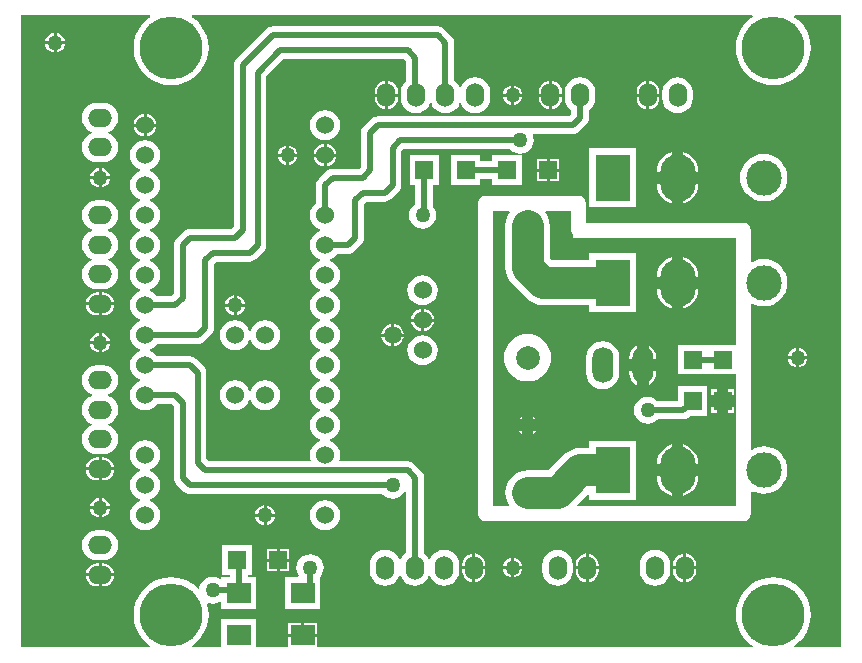
<source format=gtl>
G04 Layer_Physical_Order=1*
G04 Layer_Color=255*
%FSLAX25Y25*%
%MOIN*%
G70*
G01*
G75*
%ADD10R,0.05906X0.05906*%
%ADD11R,0.05906X0.05906*%
%ADD12R,0.07874X0.06693*%
%ADD13C,0.02000*%
%ADD14C,0.01969*%
%ADD15C,0.10827*%
%ADD16C,0.06000*%
%ADD17O,0.08000X0.06000*%
%ADD18O,0.09843X0.07874*%
%ADD19C,0.07874*%
%ADD20O,0.06000X0.08000*%
%ADD21C,0.11811*%
%ADD22O,0.11811X0.15748*%
%ADD23R,0.11811X0.15748*%
%ADD24O,0.07000X0.12000*%
%ADD25C,0.20945*%
%ADD26C,0.05000*%
%ADD27C,0.05906*%
G36*
X274587Y1003D02*
X259064D01*
X258928Y1485D01*
X259304Y1715D01*
X260793Y2987D01*
X262065Y4476D01*
X263088Y6146D01*
X263837Y7955D01*
X264294Y9859D01*
X264448Y11811D01*
X264294Y13763D01*
X263837Y15667D01*
X263088Y17477D01*
X262065Y19146D01*
X260793Y20635D01*
X259304Y21907D01*
X257634Y22930D01*
X255825Y23680D01*
X253921Y24137D01*
X251969Y24290D01*
X250016Y24137D01*
X248112Y23680D01*
X246303Y22930D01*
X244633Y21907D01*
X243144Y20635D01*
X241872Y19146D01*
X240849Y17477D01*
X240100Y15667D01*
X239643Y13763D01*
X239489Y11811D01*
X239643Y9859D01*
X240100Y7955D01*
X240849Y6146D01*
X241872Y4476D01*
X243144Y2987D01*
X244633Y1715D01*
X245009Y1485D01*
X244873Y1003D01*
X99724D01*
Y4500D01*
X95000D01*
X90276D01*
Y1003D01*
X79646D01*
Y10315D01*
X67835D01*
Y1003D01*
X58276D01*
X58140Y1485D01*
X58516Y1715D01*
X60005Y2987D01*
X61277Y4476D01*
X62300Y6146D01*
X63050Y7955D01*
X63507Y9859D01*
X63661Y11811D01*
X63507Y13763D01*
X63113Y15404D01*
X63540Y15768D01*
X63833Y15646D01*
X65000Y15493D01*
X66167Y15646D01*
X67254Y16097D01*
X67386Y16199D01*
X67835Y15977D01*
Y13858D01*
X79646D01*
Y24488D01*
X76718D01*
Y25079D01*
X78031D01*
Y34921D01*
X68189D01*
Y25079D01*
X70762D01*
Y24488D01*
X67835D01*
Y24023D01*
X67386Y23801D01*
X67254Y23903D01*
X66167Y24353D01*
X65000Y24507D01*
X63833Y24353D01*
X62747Y23903D01*
X61813Y23187D01*
X61097Y22253D01*
X60646Y21167D01*
X60580Y20665D01*
X60101Y20523D01*
X60005Y20635D01*
X58516Y21907D01*
X56847Y22930D01*
X55037Y23680D01*
X53133Y24137D01*
X51181Y24290D01*
X49229Y24137D01*
X47325Y23680D01*
X45516Y22930D01*
X43846Y21907D01*
X42357Y20635D01*
X41085Y19146D01*
X40062Y17477D01*
X39312Y15667D01*
X38855Y13763D01*
X38702Y11811D01*
X38855Y9859D01*
X39312Y7955D01*
X40062Y6146D01*
X41085Y4476D01*
X42357Y2987D01*
X43846Y1715D01*
X44222Y1485D01*
X44086Y1003D01*
X1003D01*
Y211595D01*
X44086D01*
X44222Y211114D01*
X43846Y210883D01*
X42357Y209612D01*
X41085Y208123D01*
X40062Y206453D01*
X39312Y204644D01*
X38855Y202740D01*
X38702Y200787D01*
X38855Y198835D01*
X39312Y196931D01*
X40062Y195122D01*
X41085Y193452D01*
X42357Y191963D01*
X43846Y190691D01*
X45516Y189668D01*
X47325Y188919D01*
X49229Y188462D01*
X51181Y188308D01*
X53133Y188462D01*
X55037Y188919D01*
X56847Y189668D01*
X58516Y190691D01*
X60005Y191963D01*
X61277Y193452D01*
X62300Y195122D01*
X63050Y196931D01*
X63507Y198835D01*
X63661Y200787D01*
X63507Y202740D01*
X63050Y204644D01*
X62300Y206453D01*
X61277Y208123D01*
X60005Y209612D01*
X58516Y210883D01*
X58141Y211114D01*
X58276Y211595D01*
X244873D01*
X245009Y211114D01*
X244633Y210883D01*
X243144Y209612D01*
X241872Y208123D01*
X240849Y206453D01*
X240100Y204644D01*
X239643Y202740D01*
X239489Y200787D01*
X239643Y198835D01*
X240100Y196931D01*
X240849Y195122D01*
X241872Y193452D01*
X243144Y191963D01*
X244633Y190691D01*
X246303Y189668D01*
X248112Y188919D01*
X250016Y188462D01*
X251969Y188308D01*
X253921Y188462D01*
X255825Y188919D01*
X257634Y189668D01*
X259304Y190691D01*
X260793Y191963D01*
X262065Y193452D01*
X263088Y195122D01*
X263837Y196931D01*
X264294Y198835D01*
X264448Y200787D01*
X264294Y202740D01*
X263837Y204644D01*
X263088Y206453D01*
X262065Y208123D01*
X260793Y209612D01*
X259304Y210883D01*
X258928Y211114D01*
X259064Y211595D01*
X274587D01*
Y1003D01*
D02*
G37*
%LPC*%
G36*
X13000Y205750D02*
Y203000D01*
X15750D01*
X15703Y203358D01*
X15371Y204158D01*
X14845Y204845D01*
X14158Y205371D01*
X13358Y205703D01*
X13000Y205750D01*
D02*
G37*
G36*
X12000D02*
X11642Y205703D01*
X10842Y205371D01*
X10155Y204845D01*
X9629Y204158D01*
X9297Y203358D01*
X9250Y203000D01*
X12000D01*
Y205750D01*
D02*
G37*
G36*
X15750Y202000D02*
X13000D01*
Y199250D01*
X13358Y199297D01*
X14158Y199628D01*
X14845Y200155D01*
X15371Y200842D01*
X15703Y201642D01*
X15750Y202000D01*
D02*
G37*
G36*
X12000D02*
X9250D01*
X9297Y201642D01*
X9629Y200842D01*
X10155Y200155D01*
X10842Y199628D01*
X11642Y199297D01*
X12000Y199250D01*
Y202000D01*
D02*
G37*
G36*
X178157Y189754D02*
Y185500D01*
X181478D01*
Y186000D01*
X181347Y186989D01*
X180966Y187910D01*
X180359Y188701D01*
X179568Y189308D01*
X178646Y189690D01*
X178157Y189754D01*
D02*
G37*
G36*
X210658D02*
Y185500D01*
X213978D01*
Y186000D01*
X213847Y186989D01*
X213466Y187910D01*
X212859Y188701D01*
X212068Y189308D01*
X211146Y189690D01*
X210658Y189754D01*
D02*
G37*
G36*
X123472D02*
Y185500D01*
X126793D01*
Y186000D01*
X126662Y186989D01*
X126281Y187910D01*
X125674Y188701D01*
X124882Y189308D01*
X123961Y189690D01*
X123472Y189754D01*
D02*
G37*
G36*
X209658D02*
X209169Y189690D01*
X208247Y189308D01*
X207456Y188701D01*
X206849Y187910D01*
X206468Y186989D01*
X206337Y186000D01*
Y185500D01*
X209658D01*
Y189754D01*
D02*
G37*
G36*
X177157D02*
X176669Y189690D01*
X175747Y189308D01*
X174956Y188701D01*
X174349Y187910D01*
X173968Y186989D01*
X173837Y186000D01*
Y185500D01*
X177157D01*
Y189754D01*
D02*
G37*
G36*
X122472D02*
X121984Y189690D01*
X121062Y189308D01*
X120271Y188701D01*
X119664Y187910D01*
X119282Y186989D01*
X119152Y186000D01*
Y185500D01*
X122472D01*
Y189754D01*
D02*
G37*
G36*
X165500Y188250D02*
Y185500D01*
X168250D01*
X168203Y185858D01*
X167871Y186658D01*
X167345Y187345D01*
X166658Y187872D01*
X165858Y188203D01*
X165500Y188250D01*
D02*
G37*
G36*
X164500D02*
X164142Y188203D01*
X163342Y187872D01*
X162655Y187345D01*
X162128Y186658D01*
X161797Y185858D01*
X161750Y185500D01*
X164500D01*
Y188250D01*
D02*
G37*
G36*
X168250Y184500D02*
X165500D01*
Y181750D01*
X165858Y181797D01*
X166658Y182129D01*
X167345Y182655D01*
X167871Y183342D01*
X168203Y184142D01*
X168250Y184500D01*
D02*
G37*
G36*
X164500D02*
X161750D01*
X161797Y184142D01*
X162128Y183342D01*
X162655Y182655D01*
X163342Y182129D01*
X164142Y181797D01*
X164500Y181750D01*
Y184500D01*
D02*
G37*
G36*
X209658Y184500D02*
X206337D01*
Y184000D01*
X206468Y183011D01*
X206849Y182090D01*
X207456Y181299D01*
X208247Y180692D01*
X209169Y180310D01*
X209658Y180246D01*
Y184500D01*
D02*
G37*
G36*
X177157D02*
X173837D01*
Y184000D01*
X173968Y183011D01*
X174349Y182090D01*
X174956Y181299D01*
X175747Y180692D01*
X176669Y180310D01*
X177157Y180246D01*
Y184500D01*
D02*
G37*
G36*
X122472D02*
X119152D01*
Y184000D01*
X119282Y183011D01*
X119664Y182090D01*
X120271Y181299D01*
X121062Y180692D01*
X121984Y180310D01*
X122472Y180246D01*
Y184500D01*
D02*
G37*
G36*
X213978D02*
X210658D01*
Y180246D01*
X211146Y180310D01*
X212068Y180692D01*
X212859Y181299D01*
X213466Y182090D01*
X213847Y183011D01*
X213978Y184000D01*
Y184500D01*
D02*
G37*
G36*
X181478D02*
X178157D01*
Y180246D01*
X178646Y180310D01*
X179568Y180692D01*
X180359Y181299D01*
X180966Y182090D01*
X181347Y183011D01*
X181478Y184000D01*
Y184500D01*
D02*
G37*
G36*
X126793D02*
X123472D01*
Y180246D01*
X123961Y180310D01*
X124882Y180692D01*
X125674Y181299D01*
X126281Y182090D01*
X126662Y183011D01*
X126793Y184000D01*
Y184500D01*
D02*
G37*
G36*
X220000Y191011D02*
X218703Y190841D01*
X217494Y190340D01*
X216456Y189544D01*
X215660Y188506D01*
X215159Y187297D01*
X214989Y186000D01*
Y184000D01*
X215159Y182703D01*
X215660Y181494D01*
X216456Y180456D01*
X217494Y179660D01*
X218703Y179159D01*
X220000Y178989D01*
X221297Y179159D01*
X222506Y179660D01*
X223544Y180456D01*
X224340Y181494D01*
X224841Y182703D01*
X225011Y184000D01*
Y186000D01*
X224841Y187297D01*
X224340Y188506D01*
X223544Y189544D01*
X222506Y190340D01*
X221297Y190841D01*
X220000Y191011D01*
D02*
G37*
G36*
X85000Y207978D02*
X84229Y207877D01*
X83511Y207579D01*
X82894Y207106D01*
X82894Y207106D01*
X72894Y197106D01*
X72421Y196489D01*
X72123Y195771D01*
X72022Y195000D01*
Y141234D01*
X71266Y140478D01*
X57500D01*
X56729Y140377D01*
X56011Y140079D01*
X55394Y139606D01*
X55394Y139606D01*
X52894Y137106D01*
X52421Y136489D01*
X52123Y135771D01*
X52022Y135000D01*
Y118734D01*
X51266Y117978D01*
X46477D01*
X46044Y118544D01*
X45006Y119340D01*
X44065Y119729D01*
Y120271D01*
X45006Y120660D01*
X46044Y121456D01*
X46840Y122494D01*
X47341Y123703D01*
X47511Y125000D01*
X47341Y126297D01*
X46840Y127506D01*
X46044Y128544D01*
X45006Y129340D01*
X44065Y129729D01*
Y130271D01*
X45006Y130660D01*
X46044Y131456D01*
X46840Y132494D01*
X47341Y133703D01*
X47511Y135000D01*
X47341Y136297D01*
X46840Y137506D01*
X46044Y138544D01*
X45006Y139340D01*
X44065Y139729D01*
Y140271D01*
X45006Y140660D01*
X46044Y141456D01*
X46840Y142494D01*
X47341Y143703D01*
X47511Y145000D01*
X47341Y146297D01*
X46840Y147506D01*
X46044Y148544D01*
X45006Y149340D01*
X44065Y149729D01*
Y150271D01*
X45006Y150660D01*
X46044Y151456D01*
X46840Y152494D01*
X47341Y153703D01*
X47511Y155000D01*
X47341Y156297D01*
X46840Y157506D01*
X46044Y158544D01*
X45006Y159340D01*
X44065Y159729D01*
Y160271D01*
X45006Y160660D01*
X46044Y161456D01*
X46840Y162494D01*
X47341Y163703D01*
X47511Y165000D01*
X47341Y166297D01*
X46840Y167506D01*
X46044Y168544D01*
X45006Y169340D01*
X43797Y169841D01*
X42500Y170011D01*
X41203Y169841D01*
X39994Y169340D01*
X38956Y168544D01*
X38160Y167506D01*
X37659Y166297D01*
X37489Y165000D01*
X37659Y163703D01*
X38160Y162494D01*
X38956Y161456D01*
X39994Y160660D01*
X40935Y160271D01*
Y159729D01*
X39994Y159340D01*
X38956Y158544D01*
X38160Y157506D01*
X37659Y156297D01*
X37489Y155000D01*
X37659Y153703D01*
X38160Y152494D01*
X38956Y151456D01*
X39994Y150660D01*
X40935Y150271D01*
Y149729D01*
X39994Y149340D01*
X38956Y148544D01*
X38160Y147506D01*
X37659Y146297D01*
X37489Y145000D01*
X37659Y143703D01*
X38160Y142494D01*
X38956Y141456D01*
X39994Y140660D01*
X40935Y140271D01*
Y139729D01*
X39994Y139340D01*
X38956Y138544D01*
X38160Y137506D01*
X37659Y136297D01*
X37489Y135000D01*
X37659Y133703D01*
X38160Y132494D01*
X38956Y131456D01*
X39994Y130660D01*
X40935Y130271D01*
Y129729D01*
X39994Y129340D01*
X38956Y128544D01*
X38160Y127506D01*
X37659Y126297D01*
X37489Y125000D01*
X37659Y123703D01*
X38160Y122494D01*
X38956Y121456D01*
X39994Y120660D01*
X40935Y120271D01*
Y119729D01*
X39994Y119340D01*
X38956Y118544D01*
X38160Y117506D01*
X37659Y116297D01*
X37489Y115000D01*
X37659Y113703D01*
X38160Y112494D01*
X38956Y111456D01*
X39994Y110660D01*
X40935Y110271D01*
Y109729D01*
X39994Y109340D01*
X38956Y108544D01*
X38160Y107506D01*
X37659Y106297D01*
X37489Y105000D01*
X37659Y103703D01*
X38160Y102494D01*
X38956Y101456D01*
X39994Y100660D01*
X40935Y100271D01*
Y99729D01*
X39994Y99340D01*
X38956Y98544D01*
X38160Y97506D01*
X37659Y96297D01*
X37489Y95000D01*
X37659Y93703D01*
X38160Y92494D01*
X38956Y91456D01*
X39994Y90660D01*
X40935Y90271D01*
Y89729D01*
X39994Y89340D01*
X38956Y88544D01*
X38160Y87506D01*
X37659Y86297D01*
X37489Y85000D01*
X37659Y83703D01*
X38160Y82494D01*
X38956Y81456D01*
X39994Y80660D01*
X41203Y80159D01*
X42500Y79989D01*
X43797Y80159D01*
X45006Y80660D01*
X46044Y81456D01*
X46477Y82022D01*
X51266D01*
X52022Y81266D01*
Y57500D01*
X52123Y56729D01*
X52421Y56011D01*
X52894Y55394D01*
X55394Y52894D01*
X55394Y52894D01*
X56011Y52421D01*
X56729Y52123D01*
X57500Y52022D01*
X121653D01*
X121813Y51813D01*
X122747Y51097D01*
X123834Y50647D01*
X125000Y50493D01*
X126166Y50647D01*
X127253Y51097D01*
X128187Y51813D01*
X128903Y52746D01*
X129022Y53033D01*
X129522Y52933D01*
Y32598D01*
X128799Y32044D01*
X128003Y31006D01*
X127692Y30256D01*
X127151D01*
X126840Y31006D01*
X126044Y32044D01*
X125006Y32840D01*
X123797Y33341D01*
X122500Y33511D01*
X121203Y33341D01*
X119994Y32840D01*
X118956Y32044D01*
X118160Y31006D01*
X117659Y29797D01*
X117489Y28500D01*
Y26500D01*
X117659Y25203D01*
X118160Y23994D01*
X118956Y22956D01*
X119994Y22160D01*
X121203Y21659D01*
X122500Y21489D01*
X123797Y21659D01*
X125006Y22160D01*
X126044Y22956D01*
X126840Y23994D01*
X127151Y24744D01*
X127692D01*
X128003Y23994D01*
X128799Y22956D01*
X129837Y22160D01*
X131045Y21659D01*
X132343Y21489D01*
X133640Y21659D01*
X134848Y22160D01*
X135886Y22956D01*
X136682Y23994D01*
X136993Y24744D01*
X137534D01*
X137845Y23994D01*
X138642Y22956D01*
X139679Y22160D01*
X140888Y21659D01*
X142185Y21489D01*
X143482Y21659D01*
X144691Y22160D01*
X145729Y22956D01*
X146525Y23994D01*
X147026Y25203D01*
X147196Y26500D01*
Y28500D01*
X147026Y29797D01*
X146525Y31006D01*
X145729Y32044D01*
X144691Y32840D01*
X143482Y33341D01*
X142185Y33511D01*
X140888Y33341D01*
X139679Y32840D01*
X138642Y32044D01*
X137845Y31006D01*
X137534Y30256D01*
X136993D01*
X136682Y31006D01*
X135886Y32044D01*
X135478Y32357D01*
Y57500D01*
X135377Y58271D01*
X135079Y58989D01*
X134606Y59606D01*
X134606Y59606D01*
X132106Y62106D01*
X131489Y62579D01*
X130771Y62877D01*
X130000Y62978D01*
X107490D01*
X107213Y63394D01*
X107341Y63703D01*
X107511Y65000D01*
X107341Y66297D01*
X106840Y67506D01*
X106044Y68544D01*
X105006Y69340D01*
X104066Y69729D01*
Y70271D01*
X105006Y70660D01*
X106044Y71456D01*
X106840Y72494D01*
X107341Y73703D01*
X107511Y75000D01*
X107341Y76297D01*
X106840Y77506D01*
X106044Y78544D01*
X105006Y79340D01*
X104066Y79729D01*
Y80271D01*
X105006Y80660D01*
X106044Y81456D01*
X106840Y82494D01*
X107341Y83703D01*
X107511Y85000D01*
X107341Y86297D01*
X106840Y87506D01*
X106044Y88544D01*
X105006Y89340D01*
X104066Y89729D01*
Y90271D01*
X105006Y90660D01*
X106044Y91456D01*
X106840Y92494D01*
X107341Y93703D01*
X107511Y95000D01*
X107341Y96297D01*
X106840Y97506D01*
X106044Y98544D01*
X105006Y99340D01*
X104066Y99729D01*
Y100271D01*
X105006Y100660D01*
X106044Y101456D01*
X106840Y102494D01*
X107341Y103703D01*
X107511Y105000D01*
X107341Y106297D01*
X106840Y107506D01*
X106044Y108544D01*
X105006Y109340D01*
X104066Y109729D01*
Y110271D01*
X105006Y110660D01*
X106044Y111456D01*
X106840Y112494D01*
X107341Y113703D01*
X107511Y115000D01*
X107341Y116297D01*
X106840Y117506D01*
X106044Y118544D01*
X105006Y119340D01*
X104066Y119729D01*
Y120271D01*
X105006Y120660D01*
X106044Y121456D01*
X106840Y122494D01*
X107341Y123703D01*
X107511Y125000D01*
X107341Y126297D01*
X106840Y127506D01*
X106044Y128544D01*
X105006Y129340D01*
X104066Y129729D01*
Y130271D01*
X105006Y130660D01*
X106044Y131456D01*
X106477Y132022D01*
X110000D01*
X110771Y132123D01*
X111489Y132421D01*
X112106Y132894D01*
X114606Y135394D01*
X114606Y135394D01*
X115079Y136011D01*
X115377Y136729D01*
X115478Y137500D01*
Y140000D01*
Y148766D01*
X116234Y149522D01*
X122500D01*
X123271Y149623D01*
X123989Y149921D01*
X124606Y150394D01*
X127106Y152894D01*
X127106Y152894D01*
X127579Y153511D01*
X127877Y154229D01*
X127978Y155000D01*
Y166266D01*
X128734Y167022D01*
X164153D01*
X164313Y166813D01*
X165246Y166097D01*
X166333Y165647D01*
X167500Y165493D01*
X168667Y165647D01*
X169754Y166097D01*
X170687Y166813D01*
X171403Y167746D01*
X171853Y168833D01*
X172007Y170000D01*
X171853Y171167D01*
X171671Y171606D01*
X171949Y172022D01*
X185000D01*
X185771Y172123D01*
X186489Y172421D01*
X187106Y172894D01*
X189606Y175394D01*
X189606Y175394D01*
X190079Y176011D01*
X190377Y176729D01*
X190478Y177500D01*
Y180023D01*
X191044Y180456D01*
X191840Y181494D01*
X192341Y182703D01*
X192511Y184000D01*
Y186000D01*
X192341Y187297D01*
X191840Y188506D01*
X191044Y189544D01*
X190006Y190340D01*
X188797Y190841D01*
X187500Y191011D01*
X186203Y190841D01*
X184994Y190340D01*
X183956Y189544D01*
X183160Y188506D01*
X182659Y187297D01*
X182489Y186000D01*
Y184000D01*
X182659Y182703D01*
X183160Y181494D01*
X183956Y180456D01*
X184522Y180023D01*
Y178734D01*
X183766Y177978D01*
X120000D01*
X119229Y177877D01*
X118511Y177579D01*
X117894Y177106D01*
X117894Y177106D01*
X115394Y174606D01*
X114921Y173989D01*
X114623Y173271D01*
X114522Y172500D01*
Y165000D01*
Y161234D01*
X113766Y160478D01*
X105000D01*
X104229Y160377D01*
X103511Y160079D01*
X102894Y159606D01*
X102894Y159606D01*
X100394Y157106D01*
X99921Y156489D01*
X99623Y155771D01*
X99522Y155000D01*
Y148977D01*
X98956Y148544D01*
X98160Y147506D01*
X97659Y146297D01*
X97489Y145000D01*
X97659Y143703D01*
X98160Y142494D01*
X98956Y141456D01*
X99994Y140660D01*
X100935Y140271D01*
Y139729D01*
X99994Y139340D01*
X98956Y138544D01*
X98160Y137506D01*
X97659Y136297D01*
X97489Y135000D01*
X97659Y133703D01*
X98160Y132494D01*
X98956Y131456D01*
X99994Y130660D01*
X100935Y130271D01*
Y129729D01*
X99994Y129340D01*
X98956Y128544D01*
X98160Y127506D01*
X97659Y126297D01*
X97489Y125000D01*
X97659Y123703D01*
X98160Y122494D01*
X98956Y121456D01*
X99994Y120660D01*
X100935Y120271D01*
Y119729D01*
X99994Y119340D01*
X98956Y118544D01*
X98160Y117506D01*
X97659Y116297D01*
X97489Y115000D01*
X97659Y113703D01*
X98160Y112494D01*
X98956Y111456D01*
X99994Y110660D01*
X100935Y110271D01*
Y109729D01*
X99994Y109340D01*
X98956Y108544D01*
X98160Y107506D01*
X97659Y106297D01*
X97489Y105000D01*
X97659Y103703D01*
X98160Y102494D01*
X98956Y101456D01*
X99994Y100660D01*
X100935Y100271D01*
Y99729D01*
X99994Y99340D01*
X98956Y98544D01*
X98160Y97506D01*
X97659Y96297D01*
X97489Y95000D01*
X97659Y93703D01*
X98160Y92494D01*
X98956Y91456D01*
X99994Y90660D01*
X100935Y90271D01*
Y89729D01*
X99994Y89340D01*
X98956Y88544D01*
X98160Y87506D01*
X97659Y86297D01*
X97489Y85000D01*
X97659Y83703D01*
X98160Y82494D01*
X98956Y81456D01*
X99994Y80660D01*
X100935Y80271D01*
Y79729D01*
X99994Y79340D01*
X98956Y78544D01*
X98160Y77506D01*
X97659Y76297D01*
X97489Y75000D01*
X97659Y73703D01*
X98160Y72494D01*
X98956Y71456D01*
X99994Y70660D01*
X100935Y70271D01*
Y69729D01*
X99994Y69340D01*
X98956Y68544D01*
X98160Y67506D01*
X97659Y66297D01*
X97489Y65000D01*
X97659Y63703D01*
X97787Y63394D01*
X97510Y62978D01*
X63734D01*
X62978Y63734D01*
Y92500D01*
X62877Y93271D01*
X62579Y93989D01*
X62106Y94606D01*
X62106Y94606D01*
X59606Y97106D01*
X58989Y97579D01*
X58271Y97877D01*
X57500Y97978D01*
X46477D01*
X46044Y98544D01*
X45006Y99340D01*
X44065Y99729D01*
Y100271D01*
X45006Y100660D01*
X46044Y101456D01*
X46477Y102022D01*
X60000D01*
X60771Y102123D01*
X61489Y102421D01*
X62106Y102894D01*
X64606Y105394D01*
X64606Y105394D01*
X65079Y106011D01*
X65377Y106729D01*
X65478Y107500D01*
Y128766D01*
X66234Y129522D01*
X77500D01*
X78271Y129623D01*
X78989Y129921D01*
X79606Y130394D01*
X82106Y132894D01*
X82106Y132894D01*
X82579Y133511D01*
X82877Y134229D01*
X82978Y135000D01*
Y191266D01*
X88734Y197022D01*
X128766D01*
X129522Y196266D01*
Y189736D01*
X129271Y189544D01*
X128475Y188506D01*
X127974Y187297D01*
X127804Y186000D01*
Y184000D01*
X127974Y182703D01*
X128475Y181494D01*
X129271Y180456D01*
X130309Y179660D01*
X131518Y179159D01*
X132815Y178989D01*
X134112Y179159D01*
X135321Y179660D01*
X136358Y180456D01*
X137155Y181494D01*
X137466Y182244D01*
X138007D01*
X138318Y181494D01*
X139114Y180456D01*
X140152Y179660D01*
X141360Y179159D01*
X142657Y178989D01*
X143955Y179159D01*
X145163Y179660D01*
X146201Y180456D01*
X146997Y181494D01*
X147308Y182244D01*
X147849D01*
X148160Y181494D01*
X148956Y180456D01*
X149994Y179660D01*
X151203Y179159D01*
X152500Y178989D01*
X153797Y179159D01*
X155006Y179660D01*
X156044Y180456D01*
X156840Y181494D01*
X157341Y182703D01*
X157511Y184000D01*
Y186000D01*
X157341Y187297D01*
X156840Y188506D01*
X156044Y189544D01*
X155006Y190340D01*
X153797Y190841D01*
X152500Y191011D01*
X151203Y190841D01*
X149994Y190340D01*
X148956Y189544D01*
X148160Y188506D01*
X147849Y187756D01*
X147308D01*
X146997Y188506D01*
X146201Y189544D01*
X145478Y190098D01*
Y202500D01*
X145377Y203271D01*
X145079Y203989D01*
X144606Y204606D01*
X144606Y204606D01*
X142106Y207106D01*
X141489Y207579D01*
X140771Y207877D01*
X140000Y207978D01*
X85000D01*
X85000Y207978D01*
D02*
G37*
G36*
X43000Y178754D02*
Y175500D01*
X46254D01*
X46190Y175989D01*
X45808Y176910D01*
X45201Y177701D01*
X44410Y178308D01*
X43489Y178690D01*
X43000Y178754D01*
D02*
G37*
G36*
X42000D02*
X41511Y178690D01*
X40590Y178308D01*
X39799Y177701D01*
X39192Y176910D01*
X38810Y175989D01*
X38746Y175500D01*
X42000D01*
Y178754D01*
D02*
G37*
G36*
X46254Y174500D02*
X43000D01*
Y171246D01*
X43489Y171310D01*
X44410Y171692D01*
X45201Y172299D01*
X45808Y173090D01*
X46190Y174011D01*
X46254Y174500D01*
D02*
G37*
G36*
X42000D02*
X38746D01*
X38810Y174011D01*
X39192Y173090D01*
X39799Y172299D01*
X40590Y171692D01*
X41511Y171310D01*
X42000Y171246D01*
Y174500D01*
D02*
G37*
G36*
X102500Y180011D02*
X101203Y179841D01*
X99994Y179340D01*
X98956Y178544D01*
X98160Y177506D01*
X97659Y176297D01*
X97489Y175000D01*
X97659Y173703D01*
X98160Y172494D01*
X98956Y171456D01*
X99994Y170660D01*
X101203Y170159D01*
X102500Y169989D01*
X103797Y170159D01*
X105006Y170660D01*
X106044Y171456D01*
X106840Y172494D01*
X107341Y173703D01*
X107511Y175000D01*
X107341Y176297D01*
X106840Y177506D01*
X106044Y178544D01*
X105006Y179340D01*
X103797Y179841D01*
X102500Y180011D01*
D02*
G37*
G36*
X103000Y168754D02*
Y165500D01*
X106254D01*
X106190Y165989D01*
X105808Y166910D01*
X105201Y167701D01*
X104410Y168308D01*
X103489Y168690D01*
X103000Y168754D01*
D02*
G37*
G36*
X102000D02*
X101511Y168690D01*
X100590Y168308D01*
X99799Y167701D01*
X99192Y166910D01*
X98810Y165989D01*
X98746Y165500D01*
X102000D01*
Y168754D01*
D02*
G37*
G36*
X90500Y168250D02*
Y165500D01*
X93250D01*
X93203Y165858D01*
X92871Y166658D01*
X92345Y167345D01*
X91658Y167871D01*
X90858Y168203D01*
X90500Y168250D01*
D02*
G37*
G36*
X89500D02*
X89142Y168203D01*
X88342Y167871D01*
X87655Y167345D01*
X87129Y166658D01*
X86797Y165858D01*
X86750Y165500D01*
X89500D01*
Y168250D01*
D02*
G37*
G36*
X168032Y164921D02*
X158189D01*
Y162994D01*
X154311D01*
Y164921D01*
X144468D01*
Y155079D01*
X154311D01*
Y157006D01*
X158189D01*
Y155079D01*
X168032D01*
Y164921D01*
D02*
G37*
G36*
X28500Y182511D02*
X26500D01*
X25203Y182341D01*
X23994Y181840D01*
X22956Y181044D01*
X22160Y180006D01*
X21659Y178797D01*
X21489Y177500D01*
X21659Y176203D01*
X22160Y174994D01*
X22956Y173956D01*
X23994Y173160D01*
X24744Y172849D01*
Y172308D01*
X23994Y171997D01*
X22956Y171201D01*
X22160Y170163D01*
X21659Y168955D01*
X21489Y167657D01*
X21659Y166360D01*
X22160Y165152D01*
X22956Y164114D01*
X23994Y163318D01*
X25203Y162817D01*
X26500Y162646D01*
X28500D01*
X29797Y162817D01*
X31006Y163318D01*
X32044Y164114D01*
X32840Y165152D01*
X33341Y166360D01*
X33511Y167657D01*
X33341Y168955D01*
X32840Y170163D01*
X32044Y171201D01*
X31006Y171997D01*
X30256Y172308D01*
Y172849D01*
X31006Y173160D01*
X32044Y173956D01*
X32840Y174994D01*
X33341Y176203D01*
X33511Y177500D01*
X33341Y178797D01*
X32840Y180006D01*
X32044Y181044D01*
X31006Y181840D01*
X29797Y182341D01*
X28500Y182511D01*
D02*
G37*
G36*
X93250Y164500D02*
X90500D01*
Y161750D01*
X90858Y161797D01*
X91658Y162128D01*
X92345Y162655D01*
X92871Y163342D01*
X93203Y164142D01*
X93250Y164500D01*
D02*
G37*
G36*
X89500D02*
X86750D01*
X86797Y164142D01*
X87129Y163342D01*
X87655Y162655D01*
X88342Y162128D01*
X89142Y161797D01*
X89500Y161750D01*
Y164500D01*
D02*
G37*
G36*
X106254D02*
X103000D01*
Y161246D01*
X103489Y161310D01*
X104410Y161692D01*
X105201Y162299D01*
X105808Y163090D01*
X106190Y164011D01*
X106254Y164500D01*
D02*
G37*
G36*
X102000D02*
X98746D01*
X98810Y164011D01*
X99192Y163090D01*
X99799Y162299D01*
X100590Y161692D01*
X101511Y161310D01*
X102000Y161246D01*
Y164500D01*
D02*
G37*
G36*
X180630Y163740D02*
X177390D01*
Y160500D01*
X180630D01*
Y163740D01*
D02*
G37*
G36*
X176390D02*
X173150D01*
Y160500D01*
X176390D01*
Y163740D01*
D02*
G37*
G36*
X221969Y166088D02*
Y159468D01*
X226939D01*
X226806Y160822D01*
X226411Y162124D01*
X225769Y163324D01*
X224907Y164375D01*
X223855Y165238D01*
X222655Y165879D01*
X221969Y166088D01*
D02*
G37*
G36*
X218032D02*
X217345Y165879D01*
X216145Y165238D01*
X215093Y164375D01*
X214230Y163324D01*
X213589Y162124D01*
X213194Y160822D01*
X213061Y159468D01*
X218032D01*
Y166088D01*
D02*
G37*
G36*
X28000Y160750D02*
Y158000D01*
X30750D01*
X30703Y158358D01*
X30371Y159158D01*
X29845Y159845D01*
X29158Y160371D01*
X28358Y160703D01*
X28000Y160750D01*
D02*
G37*
G36*
X27000D02*
X26642Y160703D01*
X25842Y160371D01*
X25155Y159845D01*
X24629Y159158D01*
X24297Y158358D01*
X24250Y158000D01*
X27000D01*
Y160750D01*
D02*
G37*
G36*
X180630Y159500D02*
X177390D01*
Y156260D01*
X180630D01*
Y159500D01*
D02*
G37*
G36*
X176390D02*
X173150D01*
Y156260D01*
X176390D01*
Y159500D01*
D02*
G37*
G36*
X30750Y157000D02*
X28000D01*
Y154250D01*
X28358Y154297D01*
X29158Y154629D01*
X29845Y155155D01*
X30371Y155842D01*
X30703Y156642D01*
X30750Y157000D01*
D02*
G37*
G36*
X27000D02*
X24250D01*
X24297Y156642D01*
X24629Y155842D01*
X25155Y155155D01*
X25842Y154629D01*
X26642Y154297D01*
X27000Y154250D01*
Y157000D01*
D02*
G37*
G36*
X248740Y165412D02*
X247197Y165260D01*
X245712Y164810D01*
X244344Y164079D01*
X243145Y163095D01*
X242161Y161896D01*
X241430Y160528D01*
X240980Y159044D01*
X240828Y157500D01*
X240980Y155956D01*
X241430Y154472D01*
X242161Y153104D01*
X243145Y151905D01*
X244344Y150921D01*
X245712Y150190D01*
X247197Y149740D01*
X248740Y149588D01*
X250284Y149740D01*
X251768Y150190D01*
X253136Y150921D01*
X254335Y151905D01*
X255319Y153104D01*
X256050Y154472D01*
X256500Y155956D01*
X256652Y157500D01*
X256500Y159044D01*
X256050Y160528D01*
X255319Y161896D01*
X254335Y163095D01*
X253136Y164079D01*
X251768Y164810D01*
X250284Y165260D01*
X248740Y165412D01*
D02*
G37*
G36*
X226939Y155532D02*
X221969D01*
Y148912D01*
X222655Y149121D01*
X223855Y149762D01*
X224907Y150625D01*
X225769Y151676D01*
X226411Y152876D01*
X226806Y154178D01*
X226939Y155532D01*
D02*
G37*
G36*
X218032D02*
X213061D01*
X213194Y154178D01*
X213589Y152876D01*
X214230Y151676D01*
X215093Y150625D01*
X216145Y149762D01*
X217345Y149121D01*
X218032Y148912D01*
Y155532D01*
D02*
G37*
G36*
X206221Y167342D02*
X190472D01*
Y147658D01*
X206221D01*
Y167342D01*
D02*
G37*
G36*
X140532Y164921D02*
X130689D01*
Y155079D01*
X132616D01*
Y148803D01*
X131813Y148187D01*
X131097Y147254D01*
X130647Y146167D01*
X130493Y145000D01*
X130647Y143833D01*
X131097Y142746D01*
X131813Y141813D01*
X132747Y141097D01*
X133834Y140647D01*
X135000Y140493D01*
X136167Y140647D01*
X137253Y141097D01*
X138187Y141813D01*
X138903Y142746D01*
X139354Y143833D01*
X139507Y145000D01*
X139354Y146167D01*
X138903Y147254D01*
X138604Y147643D01*
Y155079D01*
X140532D01*
Y164921D01*
D02*
G37*
G36*
X28500Y150011D02*
X26500D01*
X25203Y149841D01*
X23994Y149340D01*
X22956Y148544D01*
X22160Y147506D01*
X21659Y146297D01*
X21489Y145000D01*
X21659Y143703D01*
X22160Y142494D01*
X22956Y141456D01*
X23994Y140660D01*
X24744Y140349D01*
Y139808D01*
X23994Y139497D01*
X22956Y138701D01*
X22160Y137663D01*
X21659Y136454D01*
X21489Y135158D01*
X21659Y133860D01*
X22160Y132652D01*
X22956Y131614D01*
X23994Y130817D01*
X24744Y130507D01*
Y129966D01*
X23994Y129655D01*
X22956Y128858D01*
X22160Y127821D01*
X21659Y126612D01*
X21489Y125315D01*
X21659Y124018D01*
X22160Y122809D01*
X22956Y121771D01*
X23994Y120975D01*
X25203Y120474D01*
X26500Y120304D01*
X28500D01*
X29797Y120474D01*
X31006Y120975D01*
X32044Y121771D01*
X32840Y122809D01*
X33341Y124018D01*
X33511Y125315D01*
X33341Y126612D01*
X32840Y127821D01*
X32044Y128858D01*
X31006Y129655D01*
X30256Y129966D01*
Y130507D01*
X31006Y130817D01*
X32044Y131614D01*
X32840Y132652D01*
X33341Y133860D01*
X33511Y135158D01*
X33341Y136454D01*
X32840Y137663D01*
X32044Y138701D01*
X31006Y139497D01*
X30256Y139808D01*
Y140349D01*
X31006Y140660D01*
X32044Y141456D01*
X32840Y142494D01*
X33341Y143703D01*
X33511Y145000D01*
X33341Y146297D01*
X32840Y147506D01*
X32044Y148544D01*
X31006Y149340D01*
X29797Y149841D01*
X28500Y150011D01*
D02*
G37*
G36*
Y119292D02*
X28000D01*
Y115972D01*
X32254D01*
X32190Y116461D01*
X31808Y117383D01*
X31201Y118174D01*
X30410Y118781D01*
X29489Y119162D01*
X28500Y119292D01*
D02*
G37*
G36*
X27000D02*
X26500D01*
X25511Y119162D01*
X24590Y118781D01*
X23799Y118174D01*
X23192Y117383D01*
X22810Y116461D01*
X22746Y115972D01*
X27000D01*
Y119292D01*
D02*
G37*
G36*
X73000Y118250D02*
Y115500D01*
X75750D01*
X75703Y115858D01*
X75371Y116658D01*
X74845Y117345D01*
X74158Y117871D01*
X73358Y118203D01*
X73000Y118250D01*
D02*
G37*
G36*
X72000D02*
X71642Y118203D01*
X70842Y117871D01*
X70155Y117345D01*
X69629Y116658D01*
X69297Y115858D01*
X69250Y115500D01*
X72000D01*
Y118250D01*
D02*
G37*
G36*
X135000Y125011D02*
X133703Y124841D01*
X132494Y124340D01*
X131456Y123544D01*
X130660Y122506D01*
X130159Y121297D01*
X129989Y120000D01*
X130159Y118703D01*
X130660Y117494D01*
X131456Y116456D01*
X132494Y115660D01*
X133703Y115159D01*
X135000Y114989D01*
X136297Y115159D01*
X137506Y115660D01*
X138544Y116456D01*
X139340Y117494D01*
X139841Y118703D01*
X140011Y120000D01*
X139841Y121297D01*
X139340Y122506D01*
X138544Y123544D01*
X137506Y124340D01*
X136297Y124841D01*
X135000Y125011D01*
D02*
G37*
G36*
X187000Y151517D02*
X156000D01*
X155037Y151325D01*
X154220Y150780D01*
X153675Y149963D01*
X153483Y149000D01*
Y45500D01*
X153675Y44537D01*
X154220Y43720D01*
X155037Y43175D01*
X156000Y42983D01*
X242000D01*
X242963Y43175D01*
X243780Y43720D01*
X244325Y44537D01*
X244517Y45500D01*
Y52843D01*
X244946Y53100D01*
X245712Y52690D01*
X247197Y52240D01*
X248740Y52088D01*
X250284Y52240D01*
X251768Y52690D01*
X253136Y53421D01*
X254335Y54405D01*
X255319Y55604D01*
X256050Y56972D01*
X256500Y58456D01*
X256652Y60000D01*
X256500Y61544D01*
X256050Y63028D01*
X255319Y64396D01*
X254335Y65595D01*
X253136Y66579D01*
X251768Y67310D01*
X250284Y67760D01*
X248740Y67912D01*
X247197Y67760D01*
X245712Y67310D01*
X244946Y66900D01*
X244517Y67157D01*
Y115343D01*
X244946Y115600D01*
X245712Y115190D01*
X247197Y114740D01*
X248740Y114588D01*
X250284Y114740D01*
X251768Y115190D01*
X253136Y115921D01*
X254335Y116905D01*
X255319Y118104D01*
X256050Y119472D01*
X256500Y120956D01*
X256652Y122500D01*
X256500Y124044D01*
X256050Y125528D01*
X255319Y126896D01*
X254335Y128095D01*
X253136Y129079D01*
X251768Y129810D01*
X250284Y130260D01*
X248740Y130412D01*
X247197Y130260D01*
X245712Y129810D01*
X244946Y129400D01*
X244517Y129657D01*
Y140000D01*
X244325Y140963D01*
X243780Y141780D01*
X242963Y142325D01*
X242000Y142517D01*
X189517D01*
Y149000D01*
X189325Y149963D01*
X188780Y150780D01*
X187963Y151325D01*
X187000Y151517D01*
D02*
G37*
G36*
X75750Y114500D02*
X73000D01*
Y111750D01*
X73358Y111797D01*
X74158Y112128D01*
X74845Y112655D01*
X75371Y113342D01*
X75703Y114142D01*
X75750Y114500D01*
D02*
G37*
G36*
X72000D02*
X69250D01*
X69297Y114142D01*
X69629Y113342D01*
X70155Y112655D01*
X70842Y112128D01*
X71642Y111797D01*
X72000Y111750D01*
Y114500D01*
D02*
G37*
G36*
X32254Y114972D02*
X28000D01*
Y111652D01*
X28500D01*
X29489Y111783D01*
X30410Y112164D01*
X31201Y112771D01*
X31808Y113562D01*
X32190Y114484D01*
X32254Y114972D01*
D02*
G37*
G36*
X27000D02*
X22746D01*
X22810Y114484D01*
X23192Y113562D01*
X23799Y112771D01*
X24590Y112164D01*
X25511Y111783D01*
X26500Y111652D01*
X27000D01*
Y114972D01*
D02*
G37*
G36*
X135500Y113754D02*
Y110500D01*
X138754D01*
X138690Y110989D01*
X138308Y111910D01*
X137701Y112701D01*
X136910Y113308D01*
X135989Y113690D01*
X135500Y113754D01*
D02*
G37*
G36*
X134500D02*
X134011Y113690D01*
X133090Y113308D01*
X132299Y112701D01*
X131692Y111910D01*
X131310Y110989D01*
X131246Y110500D01*
X134500D01*
Y113754D01*
D02*
G37*
G36*
X82500Y110011D02*
X81203Y109841D01*
X79994Y109340D01*
X78956Y108544D01*
X78160Y107506D01*
X77771Y106565D01*
X77229D01*
X76840Y107506D01*
X76044Y108544D01*
X75006Y109340D01*
X73797Y109841D01*
X72500Y110011D01*
X71203Y109841D01*
X69994Y109340D01*
X68956Y108544D01*
X68160Y107506D01*
X67659Y106297D01*
X67489Y105000D01*
X67659Y103703D01*
X68160Y102494D01*
X68956Y101456D01*
X69994Y100660D01*
X71203Y100159D01*
X72500Y99989D01*
X73797Y100159D01*
X75006Y100660D01*
X76044Y101456D01*
X76840Y102494D01*
X77229Y103435D01*
X77771D01*
X78160Y102494D01*
X78956Y101456D01*
X79994Y100660D01*
X81203Y100159D01*
X82500Y99989D01*
X83797Y100159D01*
X85006Y100660D01*
X86044Y101456D01*
X86840Y102494D01*
X87341Y103703D01*
X87511Y105000D01*
X87341Y106297D01*
X86840Y107506D01*
X86044Y108544D01*
X85006Y109340D01*
X83797Y109841D01*
X82500Y110011D01*
D02*
G37*
G36*
X138754Y109500D02*
X135500D01*
Y106246D01*
X135989Y106310D01*
X136910Y106692D01*
X137701Y107299D01*
X138308Y108090D01*
X138690Y109011D01*
X138754Y109500D01*
D02*
G37*
G36*
X134500D02*
X131246D01*
X131310Y109011D01*
X131692Y108090D01*
X132299Y107299D01*
X133090Y106692D01*
X134011Y106310D01*
X134500Y106246D01*
Y109500D01*
D02*
G37*
G36*
X125500Y108707D02*
Y105500D01*
X128707D01*
X128644Y105976D01*
X128267Y106886D01*
X127667Y107668D01*
X126886Y108267D01*
X125976Y108644D01*
X125500Y108707D01*
D02*
G37*
G36*
X124500D02*
X124024Y108644D01*
X123114Y108267D01*
X122333Y107668D01*
X121733Y106886D01*
X121356Y105976D01*
X121293Y105500D01*
X124500D01*
Y108707D01*
D02*
G37*
G36*
X28000Y105750D02*
Y103000D01*
X30750D01*
X30703Y103358D01*
X30371Y104158D01*
X29845Y104845D01*
X29158Y105371D01*
X28358Y105703D01*
X28000Y105750D01*
D02*
G37*
G36*
X27000D02*
X26642Y105703D01*
X25842Y105371D01*
X25155Y104845D01*
X24629Y104158D01*
X24297Y103358D01*
X24250Y103000D01*
X27000D01*
Y105750D01*
D02*
G37*
G36*
X128707Y104500D02*
X125500D01*
Y101293D01*
X125976Y101356D01*
X126886Y101733D01*
X127667Y102332D01*
X128267Y103114D01*
X128644Y104024D01*
X128707Y104500D01*
D02*
G37*
G36*
X124500D02*
X121293D01*
X121356Y104024D01*
X121733Y103114D01*
X122333Y102332D01*
X123114Y101733D01*
X124024Y101356D01*
X124500Y101293D01*
Y104500D01*
D02*
G37*
G36*
X30750Y102000D02*
X28000D01*
Y99250D01*
X28358Y99297D01*
X29158Y99629D01*
X29845Y100155D01*
X30371Y100842D01*
X30703Y101642D01*
X30750Y102000D01*
D02*
G37*
G36*
X27000D02*
X24250D01*
X24297Y101642D01*
X24629Y100842D01*
X25155Y100155D01*
X25842Y99629D01*
X26642Y99297D01*
X27000Y99250D01*
Y102000D01*
D02*
G37*
G36*
X260500Y100750D02*
Y98000D01*
X263250D01*
X263203Y98358D01*
X262872Y99158D01*
X262345Y99845D01*
X261658Y100372D01*
X260858Y100703D01*
X260500Y100750D01*
D02*
G37*
G36*
X259500D02*
X259142Y100703D01*
X258342Y100372D01*
X257655Y99845D01*
X257129Y99158D01*
X256797Y98358D01*
X256750Y98000D01*
X259500D01*
Y100750D01*
D02*
G37*
G36*
X135000Y105011D02*
X133703Y104841D01*
X132494Y104340D01*
X131456Y103544D01*
X130660Y102506D01*
X130159Y101297D01*
X129989Y100000D01*
X130159Y98703D01*
X130660Y97494D01*
X131456Y96456D01*
X132494Y95660D01*
X133703Y95159D01*
X135000Y94989D01*
X136297Y95159D01*
X137506Y95660D01*
X138544Y96456D01*
X139340Y97494D01*
X139841Y98703D01*
X140011Y100000D01*
X139841Y101297D01*
X139340Y102506D01*
X138544Y103544D01*
X137506Y104340D01*
X136297Y104841D01*
X135000Y105011D01*
D02*
G37*
G36*
X263250Y97000D02*
X260500D01*
Y94250D01*
X260858Y94297D01*
X261658Y94629D01*
X262345Y95155D01*
X262872Y95842D01*
X263203Y96642D01*
X263250Y97000D01*
D02*
G37*
G36*
X259500D02*
X256750D01*
X256797Y96642D01*
X257129Y95842D01*
X257655Y95155D01*
X258342Y94629D01*
X259142Y94297D01*
X259500Y94250D01*
Y97000D01*
D02*
G37*
G36*
X82500Y90011D02*
X81203Y89841D01*
X79994Y89340D01*
X78956Y88544D01*
X78160Y87506D01*
X77771Y86566D01*
X77229D01*
X76840Y87506D01*
X76044Y88544D01*
X75006Y89340D01*
X73797Y89841D01*
X72500Y90011D01*
X71203Y89841D01*
X69994Y89340D01*
X68956Y88544D01*
X68160Y87506D01*
X67659Y86297D01*
X67489Y85000D01*
X67659Y83703D01*
X68160Y82494D01*
X68956Y81456D01*
X69994Y80660D01*
X71203Y80159D01*
X72500Y79989D01*
X73797Y80159D01*
X75006Y80660D01*
X76044Y81456D01*
X76840Y82494D01*
X77229Y83434D01*
X77771D01*
X78160Y82494D01*
X78956Y81456D01*
X79994Y80660D01*
X81203Y80159D01*
X82500Y79989D01*
X83797Y80159D01*
X85006Y80660D01*
X86044Y81456D01*
X86840Y82494D01*
X87341Y83703D01*
X87511Y85000D01*
X87341Y86297D01*
X86840Y87506D01*
X86044Y88544D01*
X85006Y89340D01*
X83797Y89841D01*
X82500Y90011D01*
D02*
G37*
G36*
X28500Y95011D02*
X26500D01*
X25203Y94841D01*
X23994Y94340D01*
X22956Y93544D01*
X22160Y92506D01*
X21659Y91297D01*
X21489Y90000D01*
X21659Y88703D01*
X22160Y87494D01*
X22956Y86456D01*
X23994Y85660D01*
X24744Y85349D01*
Y84808D01*
X23994Y84497D01*
X22956Y83701D01*
X22160Y82663D01*
X21659Y81454D01*
X21489Y80158D01*
X21659Y78860D01*
X22160Y77652D01*
X22956Y76614D01*
X23994Y75818D01*
X24744Y75507D01*
Y74966D01*
X23994Y74655D01*
X22956Y73858D01*
X22160Y72821D01*
X21659Y71612D01*
X21489Y70315D01*
X21659Y69018D01*
X22160Y67809D01*
X22956Y66771D01*
X23994Y65975D01*
X25203Y65474D01*
X26500Y65304D01*
X28500D01*
X29797Y65474D01*
X31006Y65975D01*
X32044Y66771D01*
X32840Y67809D01*
X33341Y69018D01*
X33511Y70315D01*
X33341Y71612D01*
X32840Y72821D01*
X32044Y73858D01*
X31006Y74655D01*
X30256Y74966D01*
Y75507D01*
X31006Y75818D01*
X32044Y76614D01*
X32840Y77652D01*
X33341Y78860D01*
X33511Y80158D01*
X33341Y81454D01*
X32840Y82663D01*
X32044Y83701D01*
X31006Y84497D01*
X30256Y84808D01*
Y85349D01*
X31006Y85660D01*
X32044Y86456D01*
X32840Y87494D01*
X33341Y88703D01*
X33511Y90000D01*
X33341Y91297D01*
X32840Y92506D01*
X32044Y93544D01*
X31006Y94340D01*
X29797Y94841D01*
X28500Y95011D01*
D02*
G37*
G36*
Y64293D02*
X28000D01*
Y60972D01*
X32254D01*
X32190Y61461D01*
X31808Y62383D01*
X31201Y63174D01*
X30410Y63781D01*
X29489Y64162D01*
X28500Y64293D01*
D02*
G37*
G36*
X27000D02*
X26500D01*
X25511Y64162D01*
X24590Y63781D01*
X23799Y63174D01*
X23192Y62383D01*
X22810Y61461D01*
X22746Y60972D01*
X27000D01*
Y64293D01*
D02*
G37*
G36*
X32254Y59972D02*
X28000D01*
Y56652D01*
X28500D01*
X29489Y56783D01*
X30410Y57164D01*
X31201Y57771D01*
X31808Y58562D01*
X32190Y59484D01*
X32254Y59972D01*
D02*
G37*
G36*
X27000D02*
X22746D01*
X22810Y59484D01*
X23192Y58562D01*
X23799Y57771D01*
X24590Y57164D01*
X25511Y56783D01*
X26500Y56652D01*
X27000D01*
Y59972D01*
D02*
G37*
G36*
X28000Y50750D02*
Y48000D01*
X30750D01*
X30703Y48358D01*
X30371Y49158D01*
X29845Y49845D01*
X29158Y50371D01*
X28358Y50703D01*
X28000Y50750D01*
D02*
G37*
G36*
X27000D02*
X26642Y50703D01*
X25842Y50371D01*
X25155Y49845D01*
X24629Y49158D01*
X24297Y48358D01*
X24250Y48000D01*
X27000D01*
Y50750D01*
D02*
G37*
G36*
X83000Y48250D02*
Y45500D01*
X85750D01*
X85703Y45858D01*
X85372Y46658D01*
X84845Y47345D01*
X84158Y47872D01*
X83358Y48203D01*
X83000Y48250D01*
D02*
G37*
G36*
X82000D02*
X81642Y48203D01*
X80842Y47872D01*
X80155Y47345D01*
X79628Y46658D01*
X79297Y45858D01*
X79250Y45500D01*
X82000D01*
Y48250D01*
D02*
G37*
G36*
X30750Y47000D02*
X28000D01*
Y44250D01*
X28358Y44297D01*
X29158Y44629D01*
X29845Y45155D01*
X30371Y45842D01*
X30703Y46642D01*
X30750Y47000D01*
D02*
G37*
G36*
X27000D02*
X24250D01*
X24297Y46642D01*
X24629Y45842D01*
X25155Y45155D01*
X25842Y44629D01*
X26642Y44297D01*
X27000Y44250D01*
Y47000D01*
D02*
G37*
G36*
X85750Y44500D02*
X83000D01*
Y41750D01*
X83358Y41797D01*
X84158Y42129D01*
X84845Y42655D01*
X85372Y43342D01*
X85703Y44142D01*
X85750Y44500D01*
D02*
G37*
G36*
X82000D02*
X79250D01*
X79297Y44142D01*
X79628Y43342D01*
X80155Y42655D01*
X80842Y42129D01*
X81642Y41797D01*
X82000Y41750D01*
Y44500D01*
D02*
G37*
G36*
X102500Y50011D02*
X101203Y49841D01*
X99994Y49340D01*
X98956Y48544D01*
X98160Y47506D01*
X97659Y46297D01*
X97489Y45000D01*
X97659Y43703D01*
X98160Y42494D01*
X98956Y41456D01*
X99994Y40660D01*
X101203Y40159D01*
X102500Y39989D01*
X103797Y40159D01*
X105006Y40660D01*
X106044Y41456D01*
X106840Y42494D01*
X107341Y43703D01*
X107511Y45000D01*
X107341Y46297D01*
X106840Y47506D01*
X106044Y48544D01*
X105006Y49340D01*
X103797Y49841D01*
X102500Y50011D01*
D02*
G37*
G36*
X42500Y70011D02*
X41203Y69841D01*
X39994Y69340D01*
X38956Y68544D01*
X38160Y67506D01*
X37659Y66297D01*
X37489Y65000D01*
X37659Y63703D01*
X38160Y62494D01*
X38956Y61456D01*
X39994Y60660D01*
X40935Y60271D01*
Y59729D01*
X39994Y59340D01*
X38956Y58544D01*
X38160Y57506D01*
X37659Y56297D01*
X37489Y55000D01*
X37659Y53703D01*
X38160Y52494D01*
X38956Y51456D01*
X39994Y50660D01*
X40935Y50271D01*
Y49729D01*
X39994Y49340D01*
X38956Y48544D01*
X38160Y47506D01*
X37659Y46297D01*
X37489Y45000D01*
X37659Y43703D01*
X38160Y42494D01*
X38956Y41456D01*
X39994Y40660D01*
X41203Y40159D01*
X42500Y39989D01*
X43797Y40159D01*
X45006Y40660D01*
X46044Y41456D01*
X46840Y42494D01*
X47341Y43703D01*
X47511Y45000D01*
X47341Y46297D01*
X46840Y47506D01*
X46044Y48544D01*
X45006Y49340D01*
X44065Y49729D01*
Y50271D01*
X45006Y50660D01*
X46044Y51456D01*
X46840Y52494D01*
X47341Y53703D01*
X47511Y55000D01*
X47341Y56297D01*
X46840Y57506D01*
X46044Y58544D01*
X45006Y59340D01*
X44065Y59729D01*
Y60271D01*
X45006Y60660D01*
X46044Y61456D01*
X46840Y62494D01*
X47341Y63703D01*
X47511Y65000D01*
X47341Y66297D01*
X46840Y67506D01*
X46044Y68544D01*
X45006Y69340D01*
X43797Y69841D01*
X42500Y70011D01*
D02*
G37*
G36*
X90630Y33740D02*
X87390D01*
Y30500D01*
X90630D01*
Y33740D01*
D02*
G37*
G36*
X86390D02*
X83150D01*
Y30500D01*
X86390D01*
Y33740D01*
D02*
G37*
G36*
X28500Y40011D02*
X26500D01*
X25203Y39841D01*
X23994Y39340D01*
X22956Y38544D01*
X22160Y37506D01*
X21659Y36297D01*
X21489Y35000D01*
X21659Y33703D01*
X22160Y32494D01*
X22956Y31456D01*
X23994Y30660D01*
X25203Y30159D01*
X26500Y29989D01*
X28500D01*
X29797Y30159D01*
X31006Y30660D01*
X32044Y31456D01*
X32840Y32494D01*
X33341Y33703D01*
X33511Y35000D01*
X33341Y36297D01*
X32840Y37506D01*
X32044Y38544D01*
X31006Y39340D01*
X29797Y39841D01*
X28500Y40011D01*
D02*
G37*
G36*
X222843Y32254D02*
Y28000D01*
X226163D01*
Y28500D01*
X226032Y29489D01*
X225651Y30410D01*
X225044Y31201D01*
X224253Y31808D01*
X223331Y32190D01*
X222843Y32254D01*
D02*
G37*
G36*
X221843D02*
X221354Y32190D01*
X220432Y31808D01*
X219641Y31201D01*
X219034Y30410D01*
X218653Y29489D01*
X218522Y28500D01*
Y28000D01*
X221843D01*
Y32254D01*
D02*
G37*
G36*
X190342D02*
Y28000D01*
X193663D01*
Y28500D01*
X193532Y29489D01*
X193151Y30410D01*
X192544Y31201D01*
X191753Y31808D01*
X190831Y32190D01*
X190342Y32254D01*
D02*
G37*
G36*
X189342D02*
X188854Y32190D01*
X187933Y31808D01*
X187141Y31201D01*
X186534Y30410D01*
X186153Y29489D01*
X186022Y28500D01*
Y28000D01*
X189342D01*
Y32254D01*
D02*
G37*
G36*
X165500Y30750D02*
Y28000D01*
X168250D01*
X168203Y28358D01*
X167871Y29158D01*
X167345Y29845D01*
X166658Y30371D01*
X165858Y30703D01*
X165500Y30750D01*
D02*
G37*
G36*
X164500D02*
X164142Y30703D01*
X163342Y30371D01*
X162655Y29845D01*
X162128Y29158D01*
X161797Y28358D01*
X161750Y28000D01*
X164500D01*
Y30750D01*
D02*
G37*
G36*
X152528Y32254D02*
Y28000D01*
X155848D01*
Y28500D01*
X155718Y29489D01*
X155336Y30410D01*
X154729Y31201D01*
X153938Y31808D01*
X153016Y32190D01*
X152528Y32254D01*
D02*
G37*
G36*
X151528D02*
X151039Y32190D01*
X150118Y31808D01*
X149326Y31201D01*
X148719Y30410D01*
X148338Y29489D01*
X148207Y28500D01*
Y28000D01*
X151528D01*
Y32254D01*
D02*
G37*
G36*
X90630Y29500D02*
X87390D01*
Y26260D01*
X90630D01*
Y29500D01*
D02*
G37*
G36*
X86390D02*
X83150D01*
Y26260D01*
X86390D01*
Y29500D01*
D02*
G37*
G36*
X28500Y28978D02*
X28000D01*
Y25657D01*
X32254D01*
X32190Y26146D01*
X31808Y27068D01*
X31201Y27859D01*
X30410Y28466D01*
X29489Y28847D01*
X28500Y28978D01*
D02*
G37*
G36*
X27000D02*
X26500D01*
X25511Y28847D01*
X24590Y28466D01*
X23799Y27859D01*
X23192Y27068D01*
X22810Y26146D01*
X22746Y25657D01*
X27000D01*
Y28978D01*
D02*
G37*
G36*
X97500Y32007D02*
X96333Y31854D01*
X95246Y31403D01*
X94313Y30687D01*
X93597Y29754D01*
X93147Y28666D01*
X92993Y27500D01*
X93147Y26333D01*
X93597Y25247D01*
X93835Y24937D01*
X93613Y24488D01*
X89095D01*
Y13858D01*
X100906D01*
Y24488D01*
X100906Y24488D01*
X100906D01*
X101131Y24892D01*
X101403Y25247D01*
X101854Y26333D01*
X102007Y27500D01*
X101854Y28666D01*
X101403Y29754D01*
X100687Y30687D01*
X99753Y31403D01*
X98667Y31854D01*
X97500Y32007D01*
D02*
G37*
G36*
X168250Y27000D02*
X165500D01*
Y24250D01*
X165858Y24297D01*
X166658Y24629D01*
X167345Y25155D01*
X167871Y25842D01*
X168203Y26642D01*
X168250Y27000D01*
D02*
G37*
G36*
X164500D02*
X161750D01*
X161797Y26642D01*
X162128Y25842D01*
X162655Y25155D01*
X163342Y24629D01*
X164142Y24297D01*
X164500Y24250D01*
Y27000D01*
D02*
G37*
G36*
X226163D02*
X222843D01*
Y22746D01*
X223331Y22810D01*
X224253Y23192D01*
X225044Y23799D01*
X225651Y24590D01*
X226032Y25511D01*
X226163Y26500D01*
Y27000D01*
D02*
G37*
G36*
X221843D02*
X218522D01*
Y26500D01*
X218653Y25511D01*
X219034Y24590D01*
X219641Y23799D01*
X220432Y23192D01*
X221354Y22810D01*
X221843Y22746D01*
Y27000D01*
D02*
G37*
G36*
X193663D02*
X190342D01*
Y22746D01*
X190831Y22810D01*
X191753Y23192D01*
X192544Y23799D01*
X193151Y24590D01*
X193532Y25511D01*
X193663Y26500D01*
Y27000D01*
D02*
G37*
G36*
X189342D02*
X186022D01*
Y26500D01*
X186153Y25511D01*
X186534Y24590D01*
X187141Y23799D01*
X187933Y23192D01*
X188854Y22810D01*
X189342Y22746D01*
Y27000D01*
D02*
G37*
G36*
X155848D02*
X152528D01*
Y22746D01*
X153016Y22810D01*
X153938Y23192D01*
X154729Y23799D01*
X155336Y24590D01*
X155718Y25511D01*
X155848Y26500D01*
Y27000D01*
D02*
G37*
G36*
X151528D02*
X148207D01*
Y26500D01*
X148338Y25511D01*
X148719Y24590D01*
X149326Y23799D01*
X150118Y23192D01*
X151039Y22810D01*
X151528Y22746D01*
Y27000D01*
D02*
G37*
G36*
X212500Y33511D02*
X211203Y33341D01*
X209994Y32840D01*
X208956Y32044D01*
X208160Y31006D01*
X207659Y29797D01*
X207489Y28500D01*
Y26500D01*
X207659Y25203D01*
X208160Y23994D01*
X208956Y22956D01*
X209994Y22160D01*
X211203Y21659D01*
X212500Y21489D01*
X213797Y21659D01*
X215006Y22160D01*
X216044Y22956D01*
X216840Y23994D01*
X217341Y25203D01*
X217511Y26500D01*
Y28500D01*
X217341Y29797D01*
X216840Y31006D01*
X216044Y32044D01*
X215006Y32840D01*
X213797Y33341D01*
X212500Y33511D01*
D02*
G37*
G36*
X180000D02*
X178703Y33341D01*
X177494Y32840D01*
X176456Y32044D01*
X175660Y31006D01*
X175159Y29797D01*
X174989Y28500D01*
Y26500D01*
X175159Y25203D01*
X175660Y23994D01*
X176456Y22956D01*
X177494Y22160D01*
X178703Y21659D01*
X180000Y21489D01*
X181297Y21659D01*
X182506Y22160D01*
X183544Y22956D01*
X184340Y23994D01*
X184841Y25203D01*
X185011Y26500D01*
Y28500D01*
X184841Y29797D01*
X184340Y31006D01*
X183544Y32044D01*
X182506Y32840D01*
X181297Y33341D01*
X180000Y33511D01*
D02*
G37*
G36*
X32254Y24657D02*
X28000D01*
Y21337D01*
X28500D01*
X29489Y21468D01*
X30410Y21849D01*
X31201Y22456D01*
X31808Y23247D01*
X32190Y24169D01*
X32254Y24657D01*
D02*
G37*
G36*
X27000D02*
X22746D01*
X22810Y24169D01*
X23192Y23247D01*
X23799Y22456D01*
X24590Y21849D01*
X25511Y21468D01*
X26500Y21337D01*
X27000D01*
Y24657D01*
D02*
G37*
G36*
X99724Y9134D02*
X95500D01*
Y5500D01*
X99724D01*
Y9134D01*
D02*
G37*
G36*
X94500D02*
X90276D01*
Y5500D01*
X94500D01*
Y9134D01*
D02*
G37*
%LPD*%
G36*
X184483Y140000D02*
X184675Y139037D01*
X185000Y138550D01*
Y137500D01*
X186915D01*
X187000Y137483D01*
X239483D01*
Y101811D01*
X230079D01*
Y101811D01*
X229921Y101811D01*
Y101811D01*
X220079D01*
Y91969D01*
X229921D01*
Y91969D01*
X230079Y91969D01*
Y91969D01*
X239483D01*
Y48017D01*
X186660D01*
X186469Y48479D01*
X190010Y52020D01*
X190472Y51829D01*
Y50157D01*
X206221D01*
Y69842D01*
X190472D01*
Y67418D01*
X187500D01*
X187500Y67418D01*
X186053Y67275D01*
X184661Y66853D01*
X183379Y66167D01*
X182255Y65245D01*
X182255Y65245D01*
X176927Y59918D01*
X170000D01*
X168553Y59775D01*
X167161Y59353D01*
X165879Y58667D01*
X164755Y57745D01*
X163832Y56621D01*
X163147Y55339D01*
X162725Y53947D01*
X162582Y52500D01*
X162725Y51053D01*
X163147Y49661D01*
X163759Y48517D01*
X163546Y48017D01*
X158517D01*
Y146483D01*
X163975D01*
X164189Y146031D01*
X163832Y145597D01*
X163147Y144315D01*
X162725Y142923D01*
X162582Y141476D01*
Y127500D01*
X162582Y127500D01*
X162725Y126053D01*
X163147Y124661D01*
X163832Y123379D01*
X164755Y122255D01*
X169755Y117255D01*
X169755Y117255D01*
X170879Y116332D01*
X172161Y115647D01*
X173553Y115225D01*
X175000Y115082D01*
X175000Y115082D01*
X190472D01*
Y112657D01*
X206221D01*
Y132343D01*
X190472D01*
Y129918D01*
X178073D01*
X177418Y130572D01*
Y141476D01*
X177275Y142923D01*
X176853Y144315D01*
X176168Y145597D01*
X175812Y146031D01*
X176025Y146483D01*
X184483D01*
Y140000D01*
D02*
G37*
%LPC*%
G36*
X221969Y131088D02*
Y124469D01*
X226939D01*
X226806Y125822D01*
X226411Y127124D01*
X225769Y128324D01*
X224907Y129375D01*
X223855Y130238D01*
X222655Y130879D01*
X221969Y131088D01*
D02*
G37*
G36*
X218032D02*
X217345Y130879D01*
X216145Y130238D01*
X215093Y129375D01*
X214230Y128324D01*
X213589Y127124D01*
X213194Y125822D01*
X213061Y124469D01*
X218032D01*
Y131088D01*
D02*
G37*
G36*
X226939Y120531D02*
X221969D01*
Y113912D01*
X222655Y114121D01*
X223855Y114762D01*
X224907Y115625D01*
X225769Y116676D01*
X226411Y117876D01*
X226806Y119178D01*
X226939Y120531D01*
D02*
G37*
G36*
X218032D02*
X213061D01*
X213194Y119178D01*
X213589Y117876D01*
X214230Y116676D01*
X215093Y115625D01*
X216145Y114762D01*
X217345Y114121D01*
X218032Y113912D01*
Y120531D01*
D02*
G37*
G36*
X210354Y101555D02*
Y96969D01*
X212925D01*
Y97500D01*
X212770Y98675D01*
X212317Y99769D01*
X211595Y100709D01*
X210655Y101431D01*
X210354Y101555D01*
D02*
G37*
G36*
X206417D02*
X206116Y101431D01*
X205176Y100709D01*
X204455Y99769D01*
X204002Y98675D01*
X203847Y97500D01*
Y96969D01*
X206417D01*
Y101555D01*
D02*
G37*
G36*
X170000Y105412D02*
X168456Y105260D01*
X166972Y104810D01*
X165604Y104079D01*
X164405Y103095D01*
X163421Y101896D01*
X162690Y100528D01*
X162240Y99044D01*
X162088Y97500D01*
X162240Y95956D01*
X162690Y94472D01*
X163421Y93104D01*
X164405Y91905D01*
X165604Y90921D01*
X166972Y90190D01*
X168456Y89740D01*
X170000Y89588D01*
X171544Y89740D01*
X173028Y90190D01*
X174396Y90921D01*
X175595Y91905D01*
X176579Y93104D01*
X177310Y94472D01*
X177760Y95956D01*
X177912Y97500D01*
X177760Y99044D01*
X177310Y100528D01*
X176579Y101896D01*
X175595Y103095D01*
X174396Y104079D01*
X173028Y104810D01*
X171544Y105260D01*
X170000Y105412D01*
D02*
G37*
G36*
X212925Y93032D02*
X210354D01*
Y88445D01*
X210655Y88569D01*
X211595Y89291D01*
X212317Y90231D01*
X212770Y91325D01*
X212925Y92500D01*
Y93032D01*
D02*
G37*
G36*
X206417D02*
X203847D01*
Y92500D01*
X204002Y91325D01*
X204455Y90231D01*
X205176Y89291D01*
X206116Y88569D01*
X206417Y88445D01*
Y93032D01*
D02*
G37*
G36*
X195000Y103016D02*
X193572Y102828D01*
X192242Y102277D01*
X191100Y101400D01*
X190223Y100258D01*
X189672Y98928D01*
X189484Y97500D01*
Y92500D01*
X189672Y91072D01*
X190223Y89742D01*
X191100Y88600D01*
X192242Y87723D01*
X193572Y87172D01*
X195000Y86984D01*
X196428Y87172D01*
X197758Y87723D01*
X198900Y88600D01*
X199777Y89742D01*
X200328Y91072D01*
X200516Y92500D01*
Y97500D01*
X200328Y98928D01*
X199777Y100258D01*
X198900Y101400D01*
X197758Y102277D01*
X196428Y102828D01*
X195000Y103016D01*
D02*
G37*
G36*
X238953Y87063D02*
X236968D01*
Y85079D01*
X238953D01*
Y87063D01*
D02*
G37*
G36*
X233032D02*
X231047D01*
Y85079D01*
X233032D01*
Y87063D01*
D02*
G37*
G36*
X229921Y88032D02*
X220079D01*
Y82994D01*
X213335D01*
X213187Y83187D01*
X212253Y83903D01*
X211167Y84354D01*
X210000Y84507D01*
X208834Y84354D01*
X207747Y83903D01*
X206813Y83187D01*
X206097Y82253D01*
X205646Y81166D01*
X205493Y80000D01*
X205646Y78834D01*
X206097Y77746D01*
X206813Y76813D01*
X207747Y76097D01*
X208834Y75647D01*
X210000Y75493D01*
X211167Y75647D01*
X212253Y76097D01*
X213187Y76813D01*
X213335Y77006D01*
X221890D01*
X222665Y77108D01*
X223387Y77407D01*
X224007Y77883D01*
X224313Y78189D01*
X229921D01*
Y88032D01*
D02*
G37*
G36*
X238953Y81142D02*
X236968D01*
Y79158D01*
X238953D01*
Y81142D01*
D02*
G37*
G36*
X233032D02*
X231047D01*
Y79158D01*
X233032D01*
Y81142D01*
D02*
G37*
G36*
X171968Y77901D02*
Y76968D01*
X172901D01*
X172496Y77496D01*
X171968Y77901D01*
D02*
G37*
G36*
X168032D02*
X167504Y77496D01*
X167099Y76968D01*
X168032D01*
Y77901D01*
D02*
G37*
G36*
X172901Y73032D02*
X171968D01*
Y72099D01*
X172496Y72504D01*
X172901Y73032D01*
D02*
G37*
G36*
X168032D02*
X167099D01*
X167504Y72504D01*
X168032Y72099D01*
Y73032D01*
D02*
G37*
G36*
X221969Y68588D02*
Y61968D01*
X226939D01*
X226806Y63322D01*
X226411Y64624D01*
X225769Y65824D01*
X224907Y66875D01*
X223855Y67738D01*
X222655Y68379D01*
X221969Y68588D01*
D02*
G37*
G36*
X218032D02*
X217345Y68379D01*
X216145Y67738D01*
X215093Y66875D01*
X214230Y65824D01*
X213589Y64624D01*
X213194Y63322D01*
X213061Y61968D01*
X218032D01*
Y68588D01*
D02*
G37*
G36*
X226939Y58031D02*
X221969D01*
Y51412D01*
X222655Y51621D01*
X223855Y52262D01*
X224907Y53125D01*
X225769Y54176D01*
X226411Y55376D01*
X226806Y56678D01*
X226939Y58031D01*
D02*
G37*
G36*
X218032D02*
X213061D01*
X213194Y56678D01*
X213589Y55376D01*
X214230Y54176D01*
X215093Y53125D01*
X216145Y52262D01*
X217345Y51621D01*
X218032Y51412D01*
Y58031D01*
D02*
G37*
%LPD*%
D10*
X135610Y160000D02*
D03*
X149390D02*
D03*
X163110D02*
D03*
X176890D02*
D03*
X73110Y30000D02*
D03*
X86890D02*
D03*
D11*
X235000Y96890D02*
D03*
Y83110D02*
D03*
X225000Y83110D02*
D03*
Y96890D02*
D03*
D12*
X95000Y5000D02*
D03*
Y19173D02*
D03*
X73740D02*
D03*
Y5000D02*
D03*
D13*
X221890Y80000D02*
X225000Y83110D01*
X210000Y80000D02*
X221890D01*
X235000Y96890D02*
X235000Y96890D01*
X225000Y96890D02*
X235000D01*
X135610Y145610D02*
Y160000D01*
X149390D02*
X163110D01*
X65000Y20000D02*
X72913D01*
X73740Y19173D01*
D14*
Y29370D01*
X52500Y85000D02*
X55000Y82500D01*
Y57500D02*
Y82500D01*
Y57500D02*
X57500Y55000D01*
X125000D01*
X42500Y95000D02*
X57500D01*
X60000Y92500D01*
Y62500D02*
Y92500D01*
Y62500D02*
X62500Y60000D01*
X130000D01*
X132500Y27500D02*
Y57500D01*
X130000Y60000D02*
X132500Y57500D01*
X130000Y200000D02*
X132500Y197500D01*
Y185000D02*
Y197500D01*
X97500Y21673D02*
Y27500D01*
X117500Y165000D02*
Y172500D01*
X120000Y175000D01*
X125000Y167500D02*
X127500Y170000D01*
X125000Y155000D02*
Y167500D01*
X122500Y152500D02*
X125000Y155000D01*
X115000Y152500D02*
X122500D01*
X112500Y150000D02*
X115000Y152500D01*
X120000Y175000D02*
X160000D01*
X127500Y170000D02*
X167500D01*
X112500Y140000D02*
Y150000D01*
X42500Y85000D02*
X52500D01*
X117500Y160000D02*
Y165000D01*
X115000Y157500D02*
X117500Y160000D01*
X105000Y157500D02*
X115000D01*
X102500Y155000D02*
X105000Y157500D01*
X102500Y145000D02*
Y155000D01*
X112500Y137500D02*
Y140000D01*
X110000Y135000D02*
X112500Y137500D01*
X102500Y135000D02*
X110000D01*
X140000Y205000D02*
X142500Y202500D01*
Y185000D02*
Y202500D01*
X160000Y175000D02*
X185000D01*
X187500Y177500D02*
Y185000D01*
X185000Y175000D02*
X187500Y177500D01*
X87500Y200000D02*
X130000D01*
X85000Y205000D02*
X140000D01*
X80000Y192500D02*
X87500Y200000D01*
X75000Y195000D02*
X85000Y205000D01*
X75000Y140000D02*
Y195000D01*
X72500Y137500D02*
X75000Y140000D01*
X42500Y115000D02*
X52500D01*
X55000Y117500D01*
X57500Y137500D02*
X72500D01*
X55000Y135000D02*
X57500Y137500D01*
X55000Y117500D02*
Y135000D01*
X42500Y105000D02*
X60000D01*
X62500Y107500D01*
X77500Y132500D02*
X80000Y135000D01*
Y192500D01*
X62500Y107500D02*
Y130000D01*
X65000Y132500D01*
X77500D01*
D15*
X187500Y60000D02*
X198346D01*
X180000Y52500D02*
X187500Y60000D01*
X170000Y52500D02*
X180000D01*
X170000Y127500D02*
Y141476D01*
Y127500D02*
X175000Y122500D01*
X198346D01*
D16*
X42500Y175000D02*
D03*
X102500D02*
D03*
Y165000D02*
D03*
X72500Y105000D02*
D03*
X82500D02*
D03*
Y85000D02*
D03*
X72500D02*
D03*
X102500Y145000D02*
D03*
Y135000D02*
D03*
Y125000D02*
D03*
Y115000D02*
D03*
Y105000D02*
D03*
Y95000D02*
D03*
Y85000D02*
D03*
Y75000D02*
D03*
Y65000D02*
D03*
Y45000D02*
D03*
X42500D02*
D03*
Y55000D02*
D03*
Y65000D02*
D03*
Y85000D02*
D03*
Y95000D02*
D03*
Y105000D02*
D03*
Y115000D02*
D03*
Y125000D02*
D03*
Y135000D02*
D03*
Y145000D02*
D03*
Y155000D02*
D03*
Y165000D02*
D03*
X135000Y100000D02*
D03*
Y110000D02*
D03*
Y120000D02*
D03*
D17*
X27500Y167657D02*
D03*
Y177500D02*
D03*
Y90000D02*
D03*
Y80158D02*
D03*
Y70315D02*
D03*
Y60472D02*
D03*
Y115472D02*
D03*
Y125315D02*
D03*
Y135158D02*
D03*
Y145000D02*
D03*
Y25157D02*
D03*
Y35000D02*
D03*
D18*
X170000Y141476D02*
D03*
Y52500D02*
D03*
D19*
Y97500D02*
D03*
D20*
X177657Y185000D02*
D03*
X187500D02*
D03*
X189842Y27500D02*
D03*
X180000D02*
D03*
X210157Y185000D02*
D03*
X220000D02*
D03*
X222342Y27500D02*
D03*
X212500D02*
D03*
X122500D02*
D03*
X132343D02*
D03*
X142185D02*
D03*
X152028D02*
D03*
X122972Y185000D02*
D03*
X132815D02*
D03*
X142657D02*
D03*
X152500D02*
D03*
D21*
X248740Y157500D02*
D03*
Y122500D02*
D03*
Y60000D02*
D03*
D22*
X220000Y157500D02*
D03*
Y122500D02*
D03*
Y60000D02*
D03*
D23*
X198346Y157500D02*
D03*
Y122500D02*
D03*
Y60000D02*
D03*
D24*
X195000Y95000D02*
D03*
X208386D02*
D03*
D25*
X251969Y200787D02*
D03*
X51181D02*
D03*
X51181Y11811D02*
D03*
X251969D02*
D03*
D26*
X210000Y80000D02*
D03*
X135000Y145000D02*
D03*
X82500Y45000D02*
D03*
X170000Y75000D02*
D03*
X125000Y55000D02*
D03*
X97500Y27500D02*
D03*
X90000Y165000D02*
D03*
X27500Y102500D02*
D03*
Y47500D02*
D03*
X165000Y27500D02*
D03*
Y185000D02*
D03*
X260000Y97500D02*
D03*
X65000Y20000D02*
D03*
X12500Y202500D02*
D03*
X167500Y170000D02*
D03*
X27500Y157500D02*
D03*
X72500Y115000D02*
D03*
D27*
X125000Y105000D02*
D03*
M02*

</source>
